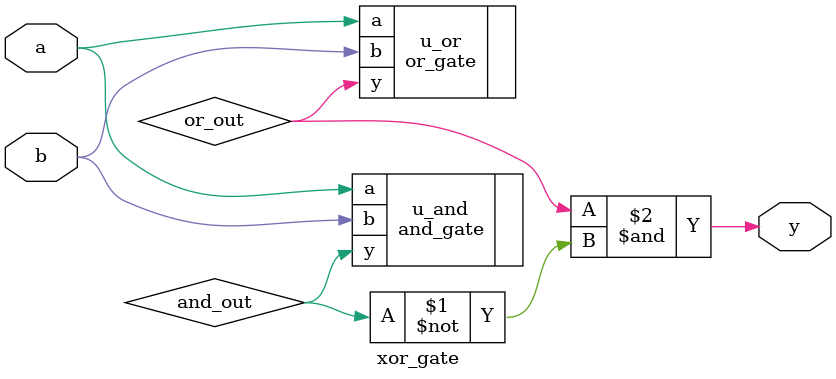
<source format=v>
module xor_gate (
    input wire a,
    input wire b,
    output wire y
);

    wire or_out;
    wire and_out;

    or_gate u_or (
        .a(a),
        .b(b),
        .y(or_out)
    );

    and_gate u_and (
        .a(a),
        .b(b),
        .y(and_out)
    );

    assign y = or_out & ~and_out;

endmodule

</source>
